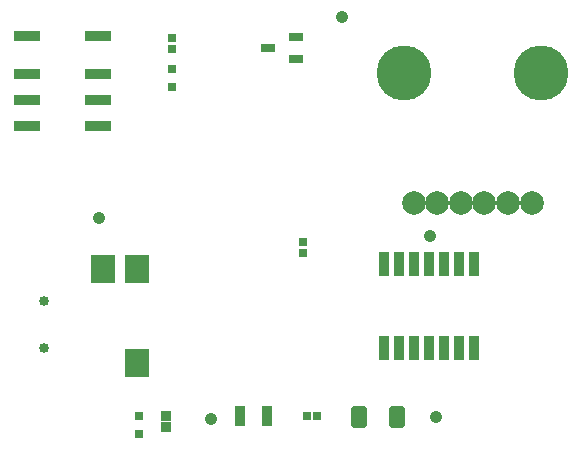
<source format=gbr>
%TF.GenerationSoftware,Altium Limited,Altium Designer,24.10.1 (45)*%
G04 Layer_Color=8388736*
%FSLAX45Y45*%
%MOMM*%
%TF.SameCoordinates,A4C5ECB5-41BF-4DFD-91FD-69217BF74453*%
%TF.FilePolarity,Negative*%
%TF.FileFunction,Soldermask,Top*%
%TF.Part,Single*%
G01*
G75*
%TA.AperFunction,SMDPad,CuDef*%
%ADD16R,0.80000X0.80000*%
%ADD30R,0.75320X0.75320*%
%ADD31R,0.75320X0.75320*%
%ADD32R,1.20320X0.80320*%
%ADD33R,2.20320X0.90320*%
%TA.AperFunction,ConnectorPad*%
%ADD34R,2.00320X2.40320*%
%TA.AperFunction,SMDPad,CuDef*%
G04:AMPARAMS|DCode=35|XSize=1.3432mm|YSize=1.8332mm|CornerRadius=0.2441mm|HoleSize=0mm|Usage=FLASHONLY|Rotation=180.000|XOffset=0mm|YOffset=0mm|HoleType=Round|Shape=RoundedRectangle|*
%AMROUNDEDRECTD35*
21,1,1.34320,1.34500,0,0,180.0*
21,1,0.85500,1.83320,0,0,180.0*
1,1,0.48820,-0.42750,0.67250*
1,1,0.48820,0.42750,0.67250*
1,1,0.48820,0.42750,-0.67250*
1,1,0.48820,-0.42750,-0.67250*
%
%ADD35ROUNDEDRECTD35*%
%ADD36R,0.82320X0.82320*%
%ADD37R,0.95320X1.65320*%
%ADD38R,0.90320X2.02820*%
%TA.AperFunction,ComponentPad*%
%ADD39C,0.85320*%
%ADD40C,4.65820*%
%ADD41C,2.00320*%
%TA.AperFunction,ViaPad*%
%ADD42C,1.05320*%
D16*
X3848100Y2769800D02*
D03*
Y2919800D02*
D03*
X4127500Y5703500D02*
D03*
Y5853500D02*
D03*
D30*
X5232400Y4298400D02*
D03*
Y4388400D02*
D03*
X4127500Y6025600D02*
D03*
Y6115600D02*
D03*
D31*
X5353600Y2921000D02*
D03*
X5263600D02*
D03*
D32*
X4934600Y6032500D02*
D03*
X5174600Y6128000D02*
D03*
Y5937000D02*
D03*
D33*
X2895600Y6136600D02*
D03*
X3495600D02*
D03*
X2895600Y5816600D02*
D03*
X3495600D02*
D03*
X2895600Y5596600D02*
D03*
X3495600D02*
D03*
X2895600Y5376600D02*
D03*
X3495600D02*
D03*
D34*
X3828900Y3365700D02*
D03*
X3538900Y4165700D02*
D03*
X3828900D02*
D03*
D35*
X5703400Y2908300D02*
D03*
X6031400D02*
D03*
D36*
X4076700Y2916200D02*
D03*
Y2824200D02*
D03*
D37*
X4698300Y2921000D02*
D03*
X4928300D02*
D03*
D38*
X5918200Y4204300D02*
D03*
X6045200D02*
D03*
X6172200D02*
D03*
X6299200D02*
D03*
X6426200D02*
D03*
X6553200D02*
D03*
X6680200D02*
D03*
Y3491900D02*
D03*
X6553200D02*
D03*
X6426200D02*
D03*
X6299200D02*
D03*
X6172200D02*
D03*
X6045200D02*
D03*
X5918200D02*
D03*
D39*
X3038900Y3495700D02*
D03*
Y3895700D02*
D03*
D40*
X7249100Y5824400D02*
D03*
X6089100D02*
D03*
D41*
X6969100Y4724400D02*
D03*
X6769100D02*
D03*
X6569100D02*
D03*
X7169100D02*
D03*
X6169100D02*
D03*
X6369100D02*
D03*
D42*
X4457700Y2895600D02*
D03*
X3505200Y4597400D02*
D03*
X6362700Y2908300D02*
D03*
X6311900Y4445000D02*
D03*
X5562600Y6299200D02*
D03*
%TF.MD5,f5bb92853ddaa4854ff614f1db8baede*%
M02*

</source>
